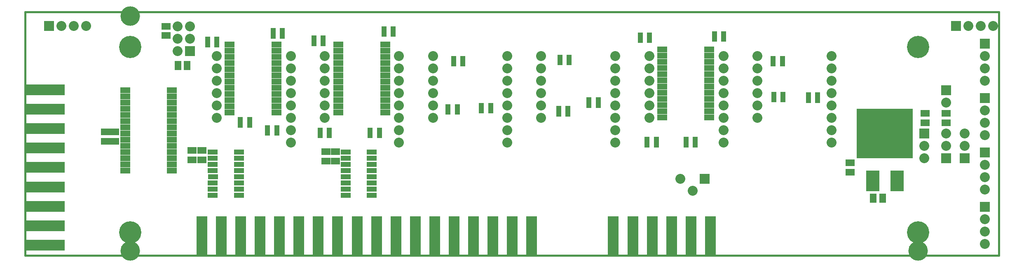
<source format=gbs>
G04 (created by PCBNEW-RS274X (2012-01-19 BZR 3256)-stable) date 11/28/2012 10:05:24 AM*
G01*
G70*
G90*
%MOIN*%
G04 Gerber Fmt 3.4, Leading zero omitted, Abs format*
%FSLAX34Y34*%
G04 APERTURE LIST*
%ADD10C,0.006000*%
%ADD11C,0.015000*%
%ADD12R,0.039700X0.035700*%
%ADD13R,0.080000X0.080000*%
%ADD14C,0.080000*%
%ADD15R,0.079100X0.041700*%
%ADD16C,0.157600*%
%ADD17R,0.075000X0.055000*%
%ADD18R,0.055000X0.075000*%
%ADD19R,0.111300X0.170000*%
%ADD20R,0.453100X0.399500*%
%ADD21C,0.180000*%
%ADD22R,0.083000X0.047600*%
%ADD23R,0.320000X0.090000*%
%ADD24R,0.090000X0.320000*%
G04 APERTURE END LIST*
G54D10*
G54D11*
X14029Y-39370D02*
X92769Y-39370D01*
X14030Y-19685D02*
X14030Y-39370D01*
X92770Y-19685D02*
X14030Y-19685D01*
X92770Y-39370D02*
X92770Y-19685D01*
G54D12*
X29524Y-21844D03*
X29524Y-22100D03*
X29524Y-22356D03*
X28776Y-22356D03*
X28776Y-22100D03*
X28776Y-21844D03*
G54D13*
X91650Y-26650D03*
G54D14*
X91650Y-27650D03*
X91650Y-28650D03*
X91650Y-29650D03*
G54D13*
X91650Y-35450D03*
G54D14*
X91650Y-36450D03*
X91650Y-37450D03*
X91650Y-38450D03*
G54D13*
X91650Y-31050D03*
G54D14*
X91650Y-32050D03*
X91650Y-33050D03*
X91650Y-34050D03*
G54D13*
X91650Y-22250D03*
G54D14*
X91650Y-23250D03*
X91650Y-24250D03*
X91650Y-25250D03*
G54D13*
X89300Y-20800D03*
G54D14*
X90300Y-20800D03*
X91300Y-20800D03*
X92300Y-20800D03*
G54D13*
X15950Y-20800D03*
G54D14*
X16950Y-20800D03*
X17950Y-20800D03*
X18950Y-20800D03*
G54D13*
X27350Y-22850D03*
G54D14*
X26350Y-22850D03*
X27350Y-21850D03*
X26350Y-21850D03*
X27350Y-20850D03*
X26350Y-20850D03*
G54D15*
X42063Y-31000D03*
X42063Y-31500D03*
X42063Y-32000D03*
X42063Y-32500D03*
X42063Y-33000D03*
X42063Y-33500D03*
X42063Y-34000D03*
X42063Y-34500D03*
X39937Y-34500D03*
X39937Y-34000D03*
X39937Y-33500D03*
X39950Y-33000D03*
X39937Y-32500D03*
X39937Y-32000D03*
X39937Y-31500D03*
X39937Y-31000D03*
X31313Y-31000D03*
X31313Y-31500D03*
X31313Y-32000D03*
X31313Y-32500D03*
X31313Y-33000D03*
X31313Y-33500D03*
X31313Y-34000D03*
X31313Y-34500D03*
X29187Y-34500D03*
X29187Y-34000D03*
X29187Y-33500D03*
X29200Y-33000D03*
X29187Y-32500D03*
X29187Y-32000D03*
X29187Y-31500D03*
X29187Y-31000D03*
G54D16*
X22500Y-39000D03*
X86250Y-39000D03*
X22500Y-20000D03*
G54D17*
X86800Y-27875D03*
X86800Y-28625D03*
X88500Y-27875D03*
X88500Y-28625D03*
X80750Y-31875D03*
X80750Y-32625D03*
G54D18*
X82625Y-34750D03*
X83375Y-34750D03*
G54D17*
X21250Y-30125D03*
X21250Y-29375D03*
X25400Y-21575D03*
X25400Y-20825D03*
G54D18*
X27125Y-24000D03*
X26375Y-24000D03*
G54D17*
X20500Y-30125D03*
X20500Y-29375D03*
X28300Y-30875D03*
X28300Y-31625D03*
X27500Y-30875D03*
X27500Y-31625D03*
X39100Y-30975D03*
X39100Y-31725D03*
X38350Y-30975D03*
X38350Y-31725D03*
G54D12*
X65074Y-29944D03*
X65074Y-30200D03*
X65074Y-30456D03*
X64326Y-30456D03*
X64326Y-30200D03*
X64326Y-29944D03*
X70524Y-21394D03*
X70524Y-21650D03*
X70524Y-21906D03*
X69776Y-21906D03*
X69776Y-21650D03*
X69776Y-21394D03*
X77376Y-26856D03*
X77376Y-26600D03*
X77376Y-26344D03*
X78124Y-26344D03*
X78124Y-26600D03*
X78124Y-26856D03*
X75274Y-23394D03*
X75274Y-23650D03*
X75274Y-23906D03*
X74526Y-23906D03*
X74526Y-23650D03*
X74526Y-23394D03*
X74576Y-26806D03*
X74576Y-26550D03*
X74576Y-26294D03*
X75324Y-26294D03*
X75324Y-26550D03*
X75324Y-26806D03*
X34374Y-28994D03*
X34374Y-29250D03*
X34374Y-29506D03*
X33626Y-29506D03*
X33626Y-29250D03*
X33626Y-28994D03*
X32174Y-28344D03*
X32174Y-28600D03*
X32174Y-28856D03*
X31426Y-28856D03*
X31426Y-28600D03*
X31426Y-28344D03*
X34824Y-21144D03*
X34824Y-21400D03*
X34824Y-21656D03*
X34076Y-21656D03*
X34076Y-21400D03*
X34076Y-21144D03*
X59626Y-27256D03*
X59626Y-27000D03*
X59626Y-26744D03*
X60374Y-26744D03*
X60374Y-27000D03*
X60374Y-27256D03*
X58024Y-23294D03*
X58024Y-23550D03*
X58024Y-23806D03*
X57276Y-23806D03*
X57276Y-23550D03*
X57276Y-23294D03*
X57176Y-27956D03*
X57176Y-27700D03*
X57176Y-27444D03*
X57924Y-27444D03*
X57924Y-27700D03*
X57924Y-27956D03*
X68224Y-29944D03*
X68224Y-30200D03*
X68224Y-30456D03*
X67476Y-30456D03*
X67476Y-30200D03*
X67476Y-29944D03*
X64524Y-21494D03*
X64524Y-21750D03*
X64524Y-22006D03*
X63776Y-22006D03*
X63776Y-21750D03*
X63776Y-21494D03*
X38624Y-29194D03*
X38624Y-29450D03*
X38624Y-29706D03*
X37876Y-29706D03*
X37876Y-29450D03*
X37876Y-29194D03*
X38124Y-21744D03*
X38124Y-22000D03*
X38124Y-22256D03*
X37376Y-22256D03*
X37376Y-22000D03*
X37376Y-21744D03*
X42674Y-29194D03*
X42674Y-29450D03*
X42674Y-29706D03*
X41926Y-29706D03*
X41926Y-29450D03*
X41926Y-29194D03*
X48226Y-27806D03*
X48226Y-27550D03*
X48226Y-27294D03*
X48974Y-27294D03*
X48974Y-27550D03*
X48974Y-27806D03*
X50926Y-27706D03*
X50926Y-27450D03*
X50926Y-27194D03*
X51674Y-27194D03*
X51674Y-27450D03*
X51674Y-27706D03*
X49424Y-23394D03*
X49424Y-23650D03*
X49424Y-23906D03*
X48676Y-23906D03*
X48676Y-23650D03*
X48676Y-23394D03*
X43794Y-20994D03*
X43794Y-21250D03*
X43794Y-21506D03*
X43046Y-21506D03*
X43046Y-21250D03*
X43046Y-20994D03*
G54D13*
X68984Y-33159D03*
G54D14*
X67016Y-33159D03*
X68000Y-34144D03*
G54D13*
X90000Y-31500D03*
G54D14*
X90000Y-30500D03*
X90000Y-29500D03*
G54D13*
X88500Y-31500D03*
G54D14*
X88500Y-30500D03*
X88500Y-29500D03*
G54D13*
X86750Y-29500D03*
G54D14*
X86750Y-30500D03*
X86750Y-31500D03*
G54D19*
X84534Y-33348D03*
G54D20*
X83550Y-29498D03*
G54D19*
X82566Y-33348D03*
G54D21*
X86250Y-37500D03*
X22500Y-37500D03*
X86250Y-22500D03*
X22500Y-22500D03*
G54D22*
X43140Y-22300D03*
X43140Y-22800D03*
X43140Y-23300D03*
X43140Y-23800D03*
X43140Y-24300D03*
X43140Y-24800D03*
X43140Y-25300D03*
X43140Y-25800D03*
X43140Y-26300D03*
X43140Y-26800D03*
X43140Y-27300D03*
X43140Y-27800D03*
X39360Y-27800D03*
X39360Y-27300D03*
X39360Y-26800D03*
X39360Y-26300D03*
X39360Y-25800D03*
X39360Y-25300D03*
X39360Y-24800D03*
X39360Y-24300D03*
X39360Y-23800D03*
X39360Y-23300D03*
X39360Y-22800D03*
X39360Y-22300D03*
X34340Y-22300D03*
X34340Y-22800D03*
X34340Y-23300D03*
X34340Y-23800D03*
X34340Y-24300D03*
X34340Y-24800D03*
X34340Y-25300D03*
X34340Y-25800D03*
X34340Y-26300D03*
X34340Y-26800D03*
X34340Y-27300D03*
X34340Y-27800D03*
X30560Y-27800D03*
X30560Y-27300D03*
X30560Y-26800D03*
X30560Y-26300D03*
X30560Y-25800D03*
X30560Y-25300D03*
X30560Y-24800D03*
X30560Y-24300D03*
X30560Y-23800D03*
X30560Y-23300D03*
X30560Y-22800D03*
X30560Y-22300D03*
X69340Y-22700D03*
X69340Y-23200D03*
X69340Y-23700D03*
X69340Y-24200D03*
X69340Y-24700D03*
X69340Y-25200D03*
X69340Y-25700D03*
X69340Y-26200D03*
X69340Y-26700D03*
X69340Y-27200D03*
X69340Y-27700D03*
X69340Y-28200D03*
X65560Y-28200D03*
X65560Y-27700D03*
X65560Y-27200D03*
X65560Y-26700D03*
X65560Y-26200D03*
X65560Y-25700D03*
X65560Y-25200D03*
X65560Y-24700D03*
X65560Y-24200D03*
X65560Y-23700D03*
X65560Y-23200D03*
X65560Y-22700D03*
X22110Y-32500D03*
X22110Y-32000D03*
X22110Y-31500D03*
X22110Y-31000D03*
X22110Y-30500D03*
X22110Y-30000D03*
X22110Y-29500D03*
X22110Y-29000D03*
X22110Y-28500D03*
X22110Y-28000D03*
X22110Y-27500D03*
X22110Y-27000D03*
X22110Y-26500D03*
X22110Y-26000D03*
X25890Y-26000D03*
X25890Y-26500D03*
X25890Y-27000D03*
X25890Y-27500D03*
X25890Y-28000D03*
X25890Y-28500D03*
X25890Y-29000D03*
X25890Y-29500D03*
X25890Y-30000D03*
X25890Y-30500D03*
X25890Y-31000D03*
X25890Y-31500D03*
X25890Y-32000D03*
X25890Y-32500D03*
G54D13*
X88500Y-26000D03*
G54D14*
X88500Y-27000D03*
X47000Y-23250D03*
X47000Y-24250D03*
X47000Y-25250D03*
X47000Y-26250D03*
X47000Y-27250D03*
X47000Y-28250D03*
X53000Y-30250D03*
X53000Y-29250D03*
X53000Y-28250D03*
X53000Y-27250D03*
X53000Y-26250D03*
X53000Y-25250D03*
X53000Y-24250D03*
X53000Y-23250D03*
X55750Y-23250D03*
X55750Y-24250D03*
X55750Y-25250D03*
X55750Y-26250D03*
X55750Y-27250D03*
X55750Y-28250D03*
X61750Y-30250D03*
X61750Y-29250D03*
X61750Y-28250D03*
X61750Y-27250D03*
X61750Y-26250D03*
X61750Y-25250D03*
X61750Y-24250D03*
X61750Y-23250D03*
X38250Y-23250D03*
X38250Y-24250D03*
X38250Y-25250D03*
X38250Y-26250D03*
X38250Y-27250D03*
X38250Y-28250D03*
X44250Y-30250D03*
X44250Y-29250D03*
X44250Y-28250D03*
X44250Y-27250D03*
X44250Y-26250D03*
X44250Y-25250D03*
X44250Y-24250D03*
X44250Y-23250D03*
X64500Y-23250D03*
X64500Y-24250D03*
X64500Y-25250D03*
X64500Y-26250D03*
X64500Y-27250D03*
X64500Y-28250D03*
X70500Y-30250D03*
X70500Y-29250D03*
X70500Y-28250D03*
X70500Y-27250D03*
X70500Y-26250D03*
X70500Y-25250D03*
X70500Y-24250D03*
X70500Y-23250D03*
X73250Y-23250D03*
X73250Y-24250D03*
X73250Y-25250D03*
X73250Y-26250D03*
X73250Y-27250D03*
X73250Y-28250D03*
X79250Y-30250D03*
X79250Y-29250D03*
X79250Y-28250D03*
X79250Y-27250D03*
X79250Y-26250D03*
X79250Y-25250D03*
X79250Y-24250D03*
X79250Y-23250D03*
X29500Y-23250D03*
X29500Y-24250D03*
X29500Y-25250D03*
X29500Y-26250D03*
X29500Y-27250D03*
X29500Y-28250D03*
X35500Y-30250D03*
X35500Y-29250D03*
X35500Y-28250D03*
X35500Y-27250D03*
X35500Y-26250D03*
X35500Y-25250D03*
X35500Y-24250D03*
X35500Y-23250D03*
G54D23*
X15600Y-27540D03*
X15600Y-29110D03*
X15600Y-30680D03*
X15600Y-32250D03*
X15600Y-33820D03*
X15600Y-35390D03*
X15600Y-36960D03*
X15600Y-38530D03*
X15600Y-25970D03*
G54D24*
X29875Y-37800D03*
X31445Y-37800D03*
X33015Y-37800D03*
X34585Y-37800D03*
X36155Y-37800D03*
X37725Y-37800D03*
X39295Y-37800D03*
X40865Y-37800D03*
X42435Y-37800D03*
X44005Y-37800D03*
X45575Y-37800D03*
X47145Y-37800D03*
X48715Y-37800D03*
X50285Y-37800D03*
X51855Y-37800D03*
X53425Y-37800D03*
X54995Y-37800D03*
X28305Y-37800D03*
X61595Y-37790D03*
X63165Y-37790D03*
X64735Y-37790D03*
X66305Y-37790D03*
X67875Y-37790D03*
X69445Y-37790D03*
M02*

</source>
